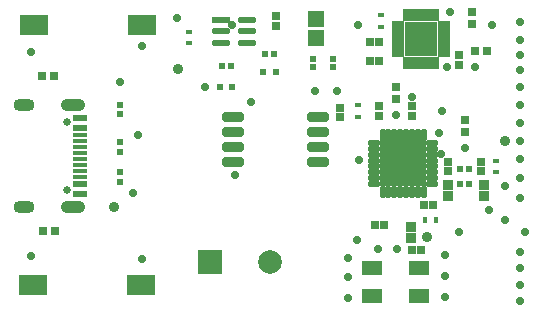
<source format=gts>
%FSTAX23Y23*%
%MOIN*%
%SFA1B1*%

%IPPOS*%
%AMD39*
4,1,8,0.019300,0.011300,-0.019300,0.011300,-0.030600,0.000000,-0.030600,0.000000,-0.019300,-0.011300,0.019300,-0.011300,0.030600,0.000000,0.030600,0.000000,0.019300,0.011300,0.0*
1,1,0.022524,0.019300,0.000000*
1,1,0.022524,-0.019300,0.000000*
1,1,0.022524,-0.019300,0.000000*
1,1,0.022524,0.019300,0.000000*
%
%AMD54*
4,1,8,0.041300,0.000000,0.041300,0.000000,0.021700,0.019700,-0.021700,0.019700,-0.041300,0.000000,-0.041300,0.000000,-0.021700,-0.019700,0.021700,-0.019700,0.041300,0.000000,0.0*
1,1,0.039370,0.021700,0.000000*
1,1,0.039370,0.021700,0.000000*
1,1,0.039370,-0.021700,0.000000*
1,1,0.039370,-0.021700,0.000000*
%
%AMD55*
4,1,8,0.035400,0.000000,0.035400,0.000000,0.015700,0.019700,-0.015700,0.019700,-0.035400,0.000000,-0.035400,0.000000,-0.015700,-0.019700,0.015700,-0.019700,0.035400,0.000000,0.0*
1,1,0.039370,0.015700,0.000000*
1,1,0.039370,0.015700,0.000000*
1,1,0.039370,-0.015700,0.000000*
1,1,0.039370,-0.015700,0.000000*
%
%AMD66*
4,1,8,0.028800,0.015400,-0.028800,0.015400,-0.035700,0.008600,-0.035700,-0.008600,-0.028800,-0.015400,0.028800,-0.015400,0.035700,-0.008600,0.035700,0.008600,0.028800,0.015400,0.0*
1,1,0.013709,0.028800,0.008600*
1,1,0.013709,-0.028800,0.008600*
1,1,0.013709,-0.028800,-0.008600*
1,1,0.013709,0.028800,-0.008600*
%
%AMD77*
4,1,8,-0.004000,-0.019900,0.004000,-0.019900,0.009300,-0.014600,0.009300,0.014600,0.004000,0.019900,-0.004000,0.019900,-0.009300,0.014600,-0.009300,-0.014600,-0.004000,-0.019900,0.0*
1,1,0.010657,-0.004000,-0.014600*
1,1,0.010657,0.004000,-0.014600*
1,1,0.010657,0.004000,0.014600*
1,1,0.010657,-0.004000,0.014600*
%
%AMD78*
4,1,8,-0.014600,-0.009300,0.014600,-0.009300,0.019900,-0.004000,0.019900,0.004000,0.014600,0.009300,-0.014600,0.009300,-0.019900,0.004000,-0.019900,-0.004000,-0.014600,-0.009300,0.0*
1,1,0.010657,-0.014600,-0.004000*
1,1,0.010657,0.014600,-0.004000*
1,1,0.010657,0.014600,0.004000*
1,1,0.010657,-0.014600,0.004000*
%
%ADD18R,0.020289X0.018601*%
%ADD23R,0.026306X0.026476*%
%ADD24R,0.026476X0.026306*%
%ADD26R,0.023622X0.017716*%
%ADD31R,0.023622X0.017716*%
%ADD32R,0.070866X0.047244*%
%ADD35R,0.057331X0.053324*%
%ADD36R,0.023622X0.021654*%
%ADD37R,0.045275X0.023622*%
%ADD38R,0.045275X0.011811*%
G04~CAMADD=39~8~0.0~0.0~612.0~225.2~112.6~0.0~15~0.0~0.0~0.0~0.0~0~0.0~0.0~0.0~0.0~0~0.0~0.0~0.0~0.0~612.0~225.2*
%ADD39D39*%
%ADD40R,0.061196X0.022525*%
%ADD44R,0.018432X0.018601*%
%ADD45R,0.018701X0.019685*%
%ADD46R,0.018601X0.020289*%
%ADD47R,0.023622X0.019685*%
%ADD48R,0.017716X0.023622*%
%ADD53C,0.025591*%
G04~CAMADD=54~8~0.0~0.0~393.7~826.8~196.9~0.0~15~0.0~0.0~0.0~0.0~0~0.0~0.0~0.0~0.0~0~0.0~0.0~0.0~270.0~828.0~394.0*
%ADD54D54*%
G04~CAMADD=55~8~0.0~0.0~393.7~708.7~196.9~0.0~15~0.0~0.0~0.0~0.0~0~0.0~0.0~0.0~0.0~0~0.0~0.0~0.0~270.0~707.0~393.0*
%ADD55D55*%
%ADD60C,0.028000*%
G04~CAMADD=66~8~0.0~0.0~713.9~308.3~68.5~0.0~15~0.0~0.0~0.0~0.0~0~0.0~0.0~0.0~0.0~0~0.0~0.0~0.0~0.0~713.9~308.3*
%ADD66D66*%
%ADD67R,0.110362X0.114299*%
%ADD68R,0.021779X0.039496*%
%ADD69R,0.041464X0.021779*%
%ADD70R,0.029260X0.030835*%
%ADD71R,0.030835X0.029260*%
%ADD72R,0.032409X0.033984*%
%ADD73R,0.093827X0.070992*%
%ADD74R,0.094614X0.070992*%
%ADD75R,0.033590X0.033590*%
%ADD76R,0.030047X0.028472*%
G04~CAMADD=77~8~0.0~0.0~186.3~398.9~53.3~0.0~15~0.0~0.0~0.0~0.0~0~0.0~0.0~0.0~0.0~0~0.0~0.0~0.0~180.0~186.0~398.0*
%ADD77D77*%
G04~CAMADD=78~8~0.0~0.0~398.9~186.3~53.3~0.0~15~0.0~0.0~0.0~0.0~0~0.0~0.0~0.0~0.0~0~0.0~0.0~0.0~180.0~398.0~186.0*
%ADD78D78*%
%ADD79R,0.153669X0.153669*%
%ADD80C,0.078866*%
%ADD81R,0.078866X0.078866*%
%ADD82C,0.027685*%
%ADD83C,0.036000*%
%ADD84C,0.058000*%
%LNpcb-1*%
%LPD*%
G54D18*
X015Y00425D03*
X01529D03*
Y00475D03*
X015D03*
G54D23*
X01589Y0087D03*
X0155D03*
X00144Y00785D03*
X00105D03*
X00149Y0027D03*
X0011D03*
G54D24*
X0154Y00999D03*
Y0096D03*
X01515Y00639D03*
Y006D03*
X01285Y00749D03*
Y0071D03*
G54D26*
X01235Y00988D03*
Y00951D03*
G54D31*
X0116Y00651D03*
Y00688D03*
X00595Y00933D03*
Y00896D03*
X0162Y00503D03*
Y00466D03*
G54D32*
X01363Y00147D03*
X01206D03*
Y00052D03*
X01363D03*
G54D35*
X0102Y00975D03*
Y00914D03*
G54D36*
X00365Y00466D03*
Y00433D03*
Y00533D03*
Y00566D03*
Y00658D03*
Y00691D03*
G54D37*
X00231Y00394D03*
Y00645D03*
Y00425D03*
Y00614D03*
G54D38*
X00231Y00451D03*
Y0047D03*
Y0049D03*
Y0051D03*
Y00529D03*
Y00549D03*
Y00569D03*
Y00588D03*
G54D39*
X00788Y00972D03*
Y00935D03*
Y00897D03*
X00701D03*
Y00935D03*
G54D40*
X00701Y00972D03*
G54D44*
X00735Y0082D03*
X00704D03*
X0088Y0086D03*
X00849D03*
G54D45*
X0074Y0075D03*
X00699D03*
G54D46*
X0101Y00815D03*
Y00844D03*
X01075Y00815D03*
Y00844D03*
G54D47*
X00886Y008D03*
X00843D03*
G54D48*
X01418Y00305D03*
X01381D03*
G54D53*
X00189Y00406D03*
Y00633D03*
G54D54*
X00208Y00349D03*
Y0069D03*
G54D55*
X00044Y00349D03*
Y0069D03*
G54D60*
X0165Y0042D03*
X017Y0038D03*
X0165Y00305D03*
X017Y002D03*
X01715Y00265D03*
X0116Y00955D03*
X01161Y00506D03*
X01257Y00495D03*
X01263Y0054D03*
X01258Y0044D03*
X01605Y00955D03*
X01465Y01D03*
X01455Y00815D03*
X0144Y0067D03*
X0155Y00815D03*
X01435Y00525D03*
X0143Y00595D03*
X0134Y00715D03*
X0065Y0075D03*
X017Y00965D03*
Y00035D03*
Y0009D03*
Y00145D03*
Y00905D03*
Y00855D03*
Y00805D03*
Y0075D03*
Y0069D03*
Y0063D03*
Y0057D03*
Y0051D03*
X01595Y0034D03*
X01308Y0044D03*
X01358Y00445D03*
Y00495D03*
Y0054D03*
X01308D03*
X017Y00445D03*
X00425Y0059D03*
X0041Y00395D03*
X00365Y00765D03*
X01015Y00735D03*
X01515Y00545D03*
X01495Y00265D03*
X0109Y00735D03*
X0074Y00955D03*
X00555Y0098D03*
X0007Y00865D03*
Y00185D03*
X0075Y00455D03*
X01155Y0024D03*
X01285Y00655D03*
X0044Y00175D03*
Y00885D03*
X00803Y00698D03*
X0129Y0021D03*
X01125Y0018D03*
Y00115D03*
Y00045D03*
X0145Y0019D03*
Y0012D03*
Y0005D03*
X01225Y0021D03*
G54D66*
X00743Y0065D03*
Y006D03*
Y0055D03*
Y005D03*
X01026D03*
Y0055D03*
Y006D03*
Y0065D03*
G54D67*
X0137Y0091D03*
G54D68*
X0132Y00831D03*
X0134D03*
X0136D03*
X01379D03*
X01399D03*
X01419D03*
X0132Y00988D03*
X0134D03*
X0136D03*
X01379D03*
X01399D03*
X01419D03*
G54D69*
X01447Y0086D03*
Y0088D03*
Y009D03*
Y00919D03*
Y00939D03*
Y00959D03*
X01292Y0086D03*
Y0088D03*
Y009D03*
Y00919D03*
Y00939D03*
Y00959D03*
G54D70*
X01495Y00824D03*
Y00855D03*
X0157Y00469D03*
Y005D03*
X011Y00649D03*
Y0068D03*
X0123Y00654D03*
Y00685D03*
X00885Y00954D03*
Y00985D03*
X0134Y00685D03*
Y00654D03*
X0146Y005D03*
Y00469D03*
G54D71*
X01199Y009D03*
X0123D03*
X01199Y00835D03*
X0123D03*
X0141Y00355D03*
X01379D03*
G54D72*
X0146Y00422D03*
Y00387D03*
X0158D03*
Y00422D03*
G54D73*
X0044Y00955D03*
X00435Y0009D03*
G54D74*
X00079Y00955D03*
X00074Y0009D03*
G54D75*
X01335Y00245D03*
Y00284D03*
G54D76*
X01339Y00205D03*
X0137D03*
X01214Y0029D03*
X01245D03*
G54D77*
X01378Y00591D03*
X01359D03*
X01339D03*
X01319D03*
X013D03*
X0128D03*
X0126D03*
X01241D03*
Y00398D03*
X0126D03*
X0128D03*
X013D03*
X01319D03*
X01339D03*
X01359D03*
X01378D03*
G54D78*
X01406Y00426D03*
Y00445D03*
Y00465D03*
Y00485D03*
Y00504D03*
Y00524D03*
Y00544D03*
Y00563D03*
X01213D03*
Y00544D03*
Y00524D03*
Y00504D03*
Y00485D03*
Y00465D03*
Y00445D03*
Y00426D03*
G54D79*
X0131Y00495D03*
G54D80*
X00865Y00165D03*
G54D81*
X00665Y00165D03*
G54D82*
X01391Y00931D03*
Y00888D03*
X01348D03*
Y00931D03*
G54D83*
X0056Y0081D03*
X0165Y0057D03*
X0139Y0025D03*
X00345Y0035D03*
G54D84*
X0131Y00495D03*
M02*
</source>
